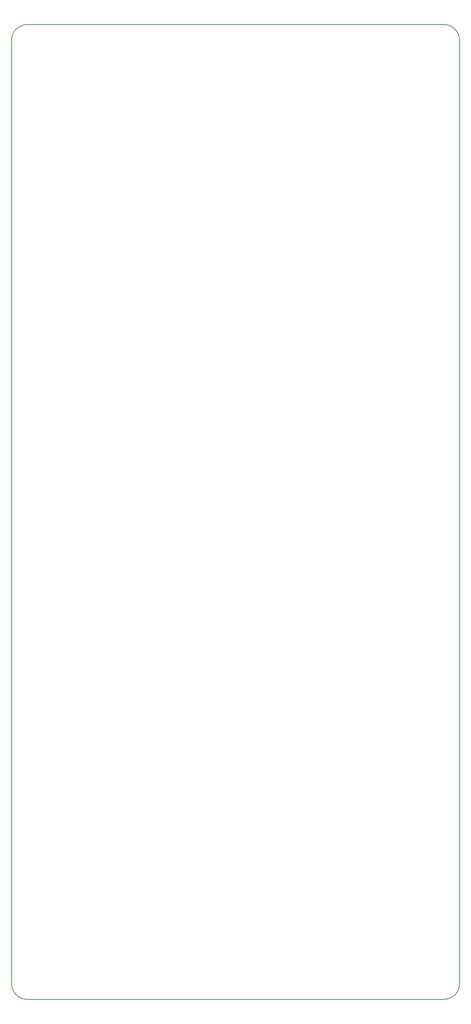
<source format=gbr>
G04 #@! TF.FileFunction,Profile,NP*
%FSLAX46Y46*%
G04 Gerber Fmt 4.6, Leading zero omitted, Abs format (unit mm)*
G04 Created by KiCad (PCBNEW 4.0.6) date Thursday, July 05, 2018 'AMt' 01:22:21 AM*
%MOMM*%
%LPD*%
G01*
G04 APERTURE LIST*
%ADD10C,0.100000*%
%ADD11C,0.150000*%
G04 APERTURE END LIST*
D10*
D11*
X57750000Y-212500000D02*
X151250000Y-212500000D01*
X54250000Y2250000D02*
X54250000Y-209000000D01*
X151250000Y5750000D02*
X57750000Y5750000D01*
X154750000Y-209000000D02*
X154750000Y2250000D01*
X151250000Y-212500000D02*
G75*
G03X154750000Y-209000000I0J3500000D01*
G01*
X54250000Y-209000000D02*
G75*
G03X57750000Y-212500000I3500000J0D01*
G01*
X57750000Y5750000D02*
G75*
G03X54250000Y2250000I0J-3500000D01*
G01*
X154750000Y2250000D02*
G75*
G03X151250000Y5750000I-3500000J0D01*
G01*
M02*

</source>
